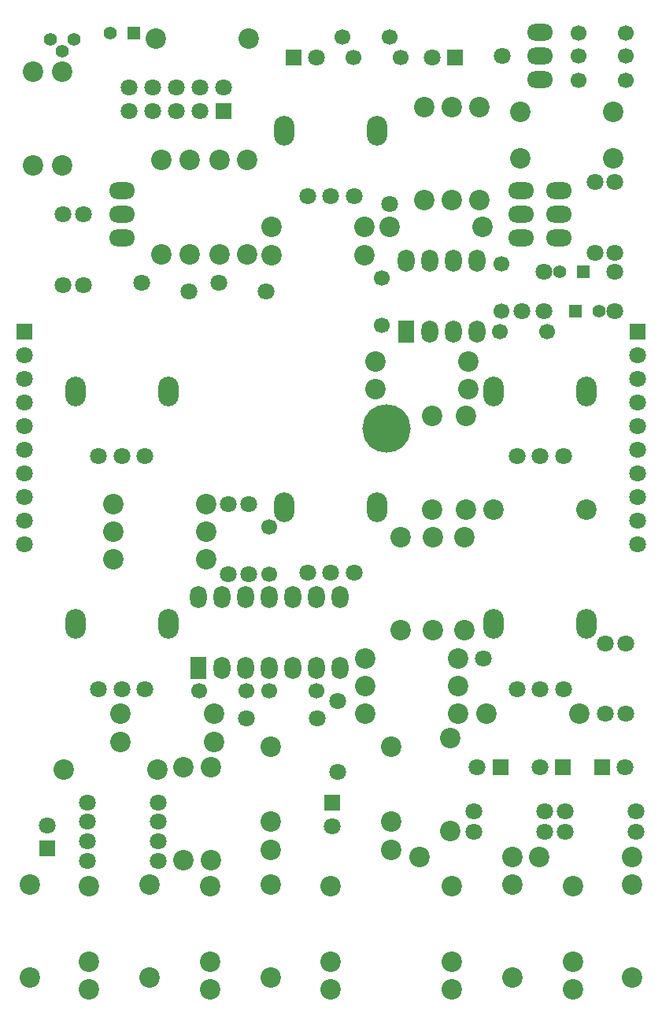
<source format=gts>
G04 #@! TF.FileFunction,Soldermask,Top*
%FSLAX46Y46*%
G04 Gerber Fmt 4.6, Leading zero omitted, Abs format (unit mm)*
G04 Created by KiCad (PCBNEW (2016-08-20 BZR 7083)-product) date Sat Sep 29 14:41:50 2018*
%MOMM*%
%LPD*%
G01*
G04 APERTURE LIST*
%ADD10C,0.100000*%
%ADD11R,1.800000X1.800000*%
%ADD12C,1.800000*%
%ADD13C,1.700000*%
%ADD14R,1.800000X2.400000*%
%ADD15O,1.800000X2.400000*%
%ADD16C,2.200000*%
%ADD17O,2.200000X3.200000*%
%ADD18O,2.800000X1.800000*%
%ADD19C,1.400000*%
%ADD20R,1.400000X1.400000*%
%ADD21C,5.200000*%
G04 APERTURE END LIST*
D10*
D11*
X30450000Y101900000D03*
D12*
X32950000Y101900000D03*
D11*
X47850000Y101900000D03*
D12*
X45350000Y101900000D03*
D13*
X35760000Y104100000D03*
X40840000Y104100000D03*
X36960000Y101900000D03*
X42040000Y101900000D03*
X27860000Y33800000D03*
X32940000Y33800000D03*
X27900000Y51440000D03*
X27900000Y46360000D03*
X40000000Y78140000D03*
X40000000Y73060000D03*
X57740000Y72400000D03*
X52660000Y72400000D03*
D14*
X20280000Y36290000D03*
D15*
X22820000Y36290000D03*
X25360000Y36290000D03*
X27900000Y36290000D03*
X30440000Y36290000D03*
X32980000Y36290000D03*
X35520000Y36290000D03*
X35520000Y43910000D03*
X32980000Y43910000D03*
X30440000Y43910000D03*
X27900000Y43910000D03*
X25360000Y43910000D03*
X22820000Y43910000D03*
X20280000Y43910000D03*
D14*
X42590000Y72390000D03*
D15*
X45130000Y72390000D03*
X47670000Y72390000D03*
X50210000Y72390000D03*
X50210000Y80010000D03*
X47670000Y80010000D03*
X45130000Y80010000D03*
X42590000Y80010000D03*
D16*
X16300000Y80720000D03*
X16300000Y90880000D03*
X25500000Y80720000D03*
X25500000Y90880000D03*
D17*
X39500000Y94000000D03*
X29500000Y94000000D03*
D12*
X37000000Y87000000D03*
X34500000Y87000000D03*
X32000000Y87000000D03*
D17*
X17000000Y66000000D03*
X7000000Y66000000D03*
D12*
X14500000Y59000000D03*
X12000000Y59000000D03*
X9500000Y59000000D03*
D17*
X62000000Y66000000D03*
X52000000Y66000000D03*
D12*
X59500000Y59000000D03*
X57000000Y59000000D03*
X54500000Y59000000D03*
D17*
X39500000Y53500000D03*
X29500000Y53500000D03*
D12*
X37000000Y46500000D03*
X34500000Y46500000D03*
X32000000Y46500000D03*
D18*
X12000000Y82460000D03*
X12000000Y87540000D03*
X12000000Y85000000D03*
D19*
X10730000Y104500000D03*
D20*
X13270000Y104500000D03*
D16*
X19300000Y80720000D03*
X19300000Y90880000D03*
X22500000Y90880000D03*
X22500000Y80720000D03*
D12*
X62900000Y88500000D03*
X62900000Y80900000D03*
X65000000Y80900000D03*
X65000000Y88500000D03*
X14150000Y77650000D03*
X19250000Y76750000D03*
X22450000Y77650000D03*
X27550000Y76750000D03*
D19*
X5600000Y102565000D03*
X4330000Y103835000D03*
X6870000Y103835000D03*
D11*
X22980000Y96130000D03*
D12*
X22980000Y98670000D03*
X20440000Y96130000D03*
X20440000Y98670000D03*
X17900000Y96130000D03*
X17900000Y98670000D03*
X15360000Y96130000D03*
X15360000Y98670000D03*
X12820000Y96130000D03*
X12820000Y98670000D03*
D16*
X28000000Y19700000D03*
X28000000Y27800000D03*
X28000000Y16700000D03*
X41000000Y19700000D03*
X41000000Y27800000D03*
X41000000Y16700000D03*
X8500000Y4700000D03*
X8500000Y12800000D03*
X8500000Y1700000D03*
X21500000Y4700000D03*
X21500000Y12800000D03*
X21500000Y1700000D03*
X34500000Y4700000D03*
X34500000Y12800000D03*
X34500000Y1700000D03*
X47500000Y4700000D03*
X47500000Y12800000D03*
X47500000Y1700000D03*
X60500000Y4700000D03*
X60500000Y12800000D03*
X60500000Y1700000D03*
D11*
X34600000Y21750000D03*
D12*
X34600000Y19250000D03*
D11*
X52750000Y25600000D03*
D12*
X50250000Y25600000D03*
D13*
X66240000Y104500000D03*
X61160000Y104500000D03*
X25440000Y33800000D03*
X20360000Y33800000D03*
X61160000Y99400000D03*
X66240000Y99400000D03*
X61160000Y102000000D03*
X66240000Y102000000D03*
X52800000Y74560000D03*
X52800000Y79640000D03*
D11*
X63650000Y25600000D03*
D12*
X66150000Y25600000D03*
D11*
X59450000Y25600000D03*
D12*
X56950000Y25600000D03*
X50900000Y37300000D03*
X52900000Y102000000D03*
X55000000Y74600000D03*
X40800000Y86100000D03*
X57400000Y78800000D03*
X65000000Y78800000D03*
D19*
X59130000Y78800000D03*
D20*
X61670000Y78800000D03*
D12*
X25700000Y46300000D03*
X25700000Y53900000D03*
X23500000Y53900000D03*
X23500000Y46300000D03*
D19*
X63370000Y74600000D03*
D20*
X60830000Y74600000D03*
D12*
X65000000Y74600000D03*
X57400000Y74600000D03*
X15900000Y17600000D03*
X8300000Y17600000D03*
X8300000Y15500000D03*
X15900000Y15500000D03*
X5700000Y85000000D03*
X5700000Y77400000D03*
X7900000Y77400000D03*
X7900000Y85000000D03*
X64000000Y31300000D03*
X64000000Y38900000D03*
X15900000Y19700000D03*
X8300000Y19700000D03*
X66200000Y38900000D03*
X66200000Y31300000D03*
X35200000Y32700000D03*
X35200000Y25100000D03*
X8300000Y21800000D03*
X15900000Y21800000D03*
X25400000Y30800000D03*
X33000000Y30800000D03*
X67300000Y20800000D03*
X59700000Y20800000D03*
X49900000Y20800000D03*
X57500000Y20800000D03*
X59700000Y18600000D03*
X67300000Y18600000D03*
X57500000Y18600000D03*
X49900000Y18600000D03*
D11*
X4000000Y16850000D03*
D12*
X4000000Y19350000D03*
D17*
X17000000Y41000000D03*
X7000000Y41000000D03*
D12*
X14500000Y34000000D03*
X12000000Y34000000D03*
X9500000Y34000000D03*
D17*
X62000000Y41000000D03*
X52000000Y41000000D03*
D12*
X59500000Y34000000D03*
X57000000Y34000000D03*
X54500000Y34000000D03*
D18*
X57000000Y99460000D03*
X57000000Y104540000D03*
X57000000Y102000000D03*
X59032000Y87540000D03*
X54968000Y87540000D03*
X54968000Y82460000D03*
X59032000Y82460000D03*
X59032000Y85000000D03*
X54968000Y85000000D03*
D12*
X1500000Y49570000D03*
X1500000Y52110000D03*
X1500000Y54650000D03*
X1500000Y57190000D03*
X1500000Y59730000D03*
X1500000Y62270000D03*
X1500000Y64810000D03*
X1500000Y67350000D03*
D11*
X1500000Y72430000D03*
D12*
X1500000Y69890000D03*
X67500000Y49570000D03*
X67500000Y52110000D03*
X67500000Y54650000D03*
X67500000Y57190000D03*
X67500000Y59730000D03*
X67500000Y62270000D03*
X67500000Y64810000D03*
X67500000Y67350000D03*
D11*
X67500000Y72430000D03*
D12*
X67500000Y69890000D03*
D21*
X40500000Y62000000D03*
D16*
X2100000Y3000000D03*
X2100000Y13000000D03*
X11100000Y47900000D03*
X21100000Y47900000D03*
X11100000Y53900000D03*
X21100000Y53900000D03*
X21100000Y50900000D03*
X11100000Y50900000D03*
X45400000Y63300000D03*
X45400000Y53300000D03*
X49000000Y53300000D03*
X49000000Y63300000D03*
X62000000Y53300000D03*
X52000000Y53300000D03*
X28000000Y3000000D03*
X28000000Y13000000D03*
X15000000Y13000000D03*
X15000000Y3000000D03*
X2500000Y90300000D03*
X2500000Y100300000D03*
X5600000Y90300000D03*
X5600000Y100300000D03*
X48900000Y50300000D03*
X48900000Y40300000D03*
X15700000Y103900000D03*
X25700000Y103900000D03*
X51200000Y31300000D03*
X61200000Y31300000D03*
X18600000Y25600000D03*
X18600000Y15600000D03*
X47300000Y18700000D03*
X47300000Y28700000D03*
X48200000Y31300000D03*
X38200000Y31300000D03*
X21600000Y15600000D03*
X21600000Y25600000D03*
X48200000Y34300000D03*
X38200000Y34300000D03*
X38200000Y37300000D03*
X48200000Y37300000D03*
X28100000Y83700000D03*
X38100000Y83700000D03*
X28100000Y80600000D03*
X38100000Y80600000D03*
X11900000Y28300000D03*
X21900000Y28300000D03*
X64900000Y96000000D03*
X54900000Y96000000D03*
X5800000Y25300000D03*
X15800000Y25300000D03*
X21900000Y31300000D03*
X11900000Y31300000D03*
X50500000Y96500000D03*
X50500000Y86500000D03*
X45500000Y50300000D03*
X45500000Y40300000D03*
X39300000Y66200000D03*
X49300000Y66200000D03*
X42000000Y40300000D03*
X42000000Y50300000D03*
X49300000Y69200000D03*
X39300000Y69200000D03*
X66900000Y3000000D03*
X66900000Y13000000D03*
X54000000Y3000000D03*
X54000000Y13000000D03*
X64900000Y91000000D03*
X54900000Y91000000D03*
X47500000Y96500000D03*
X47500000Y86500000D03*
X66900000Y15900000D03*
X56900000Y15900000D03*
X54000000Y15900000D03*
X44000000Y15900000D03*
X40800000Y83700000D03*
X50800000Y83700000D03*
X44500000Y96500000D03*
X44500000Y86500000D03*
M02*

</source>
